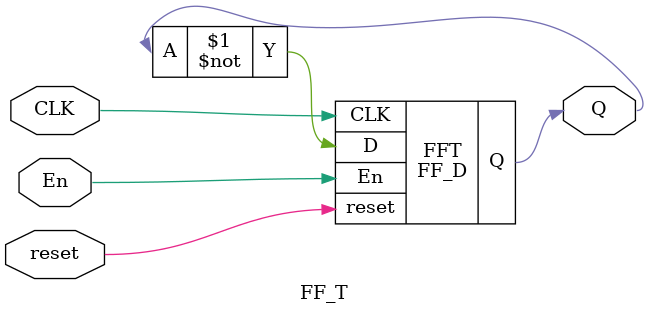
<source format=v>
module FF_D (input D, CLK, En, reset,
  output reg Q);

always @ (posedge CLK or posedge reset) begin //cambia con valores positivos
  if (reset)
    Q <=  1'b0; //El valor de Q se pone en 0
 else if (En)
    Q <= D;
end
endmodule //FF_D1


module FF_T (
input wire  CLK, En, reset,
output wire Q);

FF_D FFT (~Q, CLK, En, reset, Q); //La entrada D es la salida Q, pero negada
endmodule //FF_T

</source>
